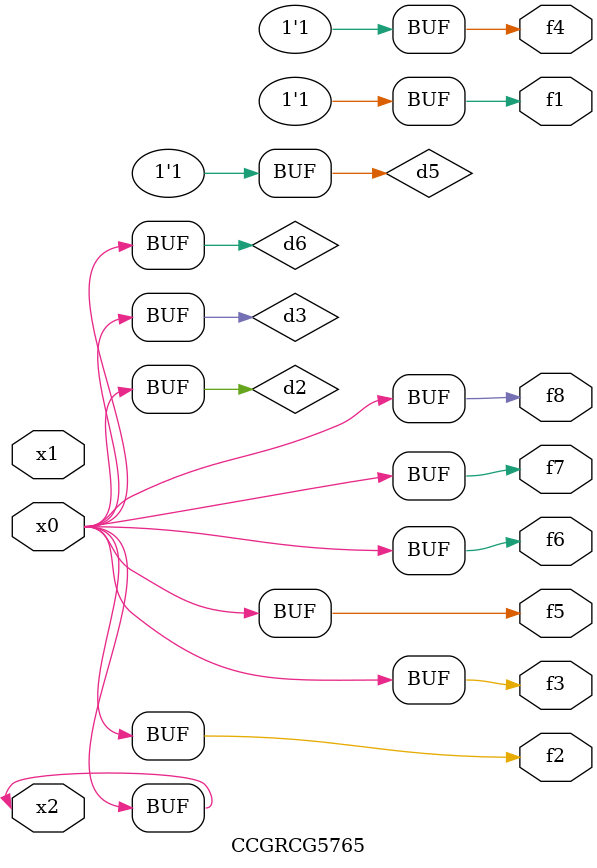
<source format=v>
module CCGRCG5765(
	input x0, x1, x2,
	output f1, f2, f3, f4, f5, f6, f7, f8
);

	wire d1, d2, d3, d4, d5, d6;

	xnor (d1, x2);
	buf (d2, x0, x2);
	and (d3, x0);
	xnor (d4, x1, x2);
	nand (d5, d1, d3);
	buf (d6, d2, d3);
	assign f1 = d5;
	assign f2 = d6;
	assign f3 = d6;
	assign f4 = d5;
	assign f5 = d6;
	assign f6 = d6;
	assign f7 = d6;
	assign f8 = d6;
endmodule

</source>
